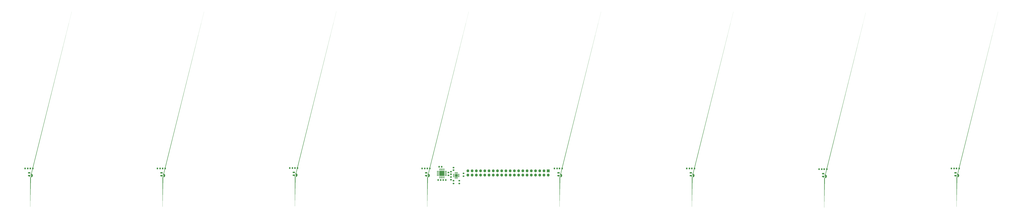
<source format=gbr>
%TF.GenerationSoftware,KiCad,Pcbnew,9.0.1-9.0.1-0~ubuntu22.04.1*%
%TF.CreationDate,2025-06-21T17:42:36+02:00*%
%TF.ProjectId,recorder,7265636f-7264-4657-922e-6b696361645f,rev?*%
%TF.SameCoordinates,Original*%
%TF.FileFunction,Soldermask,Top*%
%TF.FilePolarity,Negative*%
%FSLAX46Y46*%
G04 Gerber Fmt 4.6, Leading zero omitted, Abs format (unit mm)*
G04 Created by KiCad (PCBNEW 9.0.1-9.0.1-0~ubuntu22.04.1) date 2025-06-21 17:42:36*
%MOMM*%
%LPD*%
G01*
G04 APERTURE LIST*
G04 Aperture macros list*
%AMRoundRect*
0 Rectangle with rounded corners*
0 $1 Rounding radius*
0 $2 $3 $4 $5 $6 $7 $8 $9 X,Y pos of 4 corners*
0 Add a 4 corners polygon primitive as box body*
4,1,4,$2,$3,$4,$5,$6,$7,$8,$9,$2,$3,0*
0 Add four circle primitives for the rounded corners*
1,1,$1+$1,$2,$3*
1,1,$1+$1,$4,$5*
1,1,$1+$1,$6,$7*
1,1,$1+$1,$8,$9*
0 Add four rect primitives between the rounded corners*
20,1,$1+$1,$2,$3,$4,$5,0*
20,1,$1+$1,$4,$5,$6,$7,0*
20,1,$1+$1,$6,$7,$8,$9,0*
20,1,$1+$1,$8,$9,$2,$3,0*%
%AMFreePoly0*
4,1,92,0.117526,0.333263,0.309794,0.295018,0.328553,0.289328,0.509665,0.214309,0.526954,0.205068,0.689950,0.096157,0.705104,0.083721,0.843721,-0.054896,0.856157,-0.070050,0.965068,-0.233046,0.974309,-0.250335,1.049328,-0.431447,1.055018,-0.450206,1.093263,-0.642474,1.095185,-0.661983,1.095185,-0.858017,1.093263,-0.877526,1.055018,-1.069794,1.049328,-1.088553,0.974309,-1.269665,
0.965068,-1.286954,0.856157,-1.449950,0.843721,-1.465104,0.705104,-1.603721,0.689950,-1.616157,0.526954,-1.725068,0.509665,-1.734309,0.328553,-1.809328,0.309794,-1.815018,0.117526,-1.853263,0.098017,-1.855185,-0.098017,-1.855185,-0.117526,-1.853263,-0.309794,-1.815018,-0.328553,-1.809328,-0.509665,-1.734309,-0.526954,-1.725068,-0.689950,-1.616157,-0.705104,-1.603721,-0.843721,-1.465104,
-0.856157,-1.449950,-0.965068,-1.286954,-0.974309,-1.269665,-1.049328,-1.088553,-1.055018,-1.069794,-1.093263,-0.877526,-1.095185,-0.858017,-1.095185,-0.694175,-0.500000,-0.694175,-0.500000,-0.825824,-0.465924,-0.952995,-0.400101,-1.067003,-0.307003,-1.160101,-0.192995,-1.225924,-0.065824,-1.260000,0.065824,-1.260000,0.192995,-1.225924,0.307003,-1.160101,0.400101,-1.067003,0.465924,-0.952995,
0.500000,-0.825824,0.500000,-0.694175,0.465924,-0.567004,0.400101,-0.452996,0.307003,-0.359898,0.192995,-0.294075,0.065824,-0.260000,-0.065824,-0.260000,-0.192995,-0.294075,-0.307003,-0.359898,-0.400101,-0.452996,-0.465924,-0.567004,-0.500000,-0.694175,-1.095185,-0.694175,-1.095185,-0.661983,-1.093263,-0.642474,-1.055018,-0.450206,-1.049328,-0.431447,-0.974309,-0.250335,-0.965068,-0.233046,
-0.856157,-0.070050,-0.843721,-0.054896,-0.705104,0.083721,-0.689950,0.096157,-0.526954,0.205068,-0.509665,0.214309,-0.328553,0.289328,-0.309794,0.295018,-0.117526,0.333263,-0.098017,0.335185,0.098017,0.335185,0.117526,0.333263,0.117526,0.333263,$1*%
G04 Aperture macros list end*
%ADD10RoundRect,0.225000X0.225000X0.250000X-0.225000X0.250000X-0.225000X-0.250000X0.225000X-0.250000X0*%
%ADD11RoundRect,0.200000X0.275000X-0.200000X0.275000X0.200000X-0.275000X0.200000X-0.275000X-0.200000X0*%
%ADD12RoundRect,0.090000X0.210000X-0.360000X0.210000X0.360000X-0.210000X0.360000X-0.210000X-0.360000X0*%
%ADD13FreePoly0,90.000000*%
%ADD14RoundRect,0.225000X0.250000X-0.225000X0.250000X0.225000X-0.250000X0.225000X-0.250000X-0.225000X0*%
%ADD15R,1.700000X1.700000*%
%ADD16O,1.700000X1.700000*%
%ADD17RoundRect,0.200000X0.200000X0.275000X-0.200000X0.275000X-0.200000X-0.275000X0.200000X-0.275000X0*%
%ADD18RoundRect,0.200000X-0.275000X0.200000X-0.275000X-0.200000X0.275000X-0.200000X0.275000X0.200000X0*%
%ADD19O,0.264000X0.960000*%
%ADD20O,0.960000X0.264000*%
%ADD21R,1.750000X1.750000*%
%ADD22RoundRect,0.225000X-0.250000X0.225000X-0.250000X-0.225000X0.250000X-0.225000X0.250000X0.225000X0*%
%ADD23RoundRect,0.225000X-0.225000X-0.250000X0.225000X-0.250000X0.225000X0.250000X-0.225000X0.250000X0*%
%ADD24R,0.315831X1.207120*%
%ADD25R,1.207120X0.315831*%
%ADD26R,3.149999X3.149999*%
G04 APERTURE END LIST*
D10*
%TO.C,C13*%
X254390000Y18000000D03*
X252840000Y18000000D03*
%TD*%
D11*
%TO.C,R14*%
X267500000Y12350000D03*
X267500000Y14000000D03*
%TD*%
D12*
%TO.C,U7*%
X403750000Y14350000D03*
X404450000Y14350000D03*
X403750000Y12650000D03*
X404450000Y12650000D03*
D13*
X405170000Y13500000D03*
%TD*%
D12*
%TO.C,U5*%
X244750000Y14350000D03*
X245450000Y14350000D03*
X244750000Y12650000D03*
X245450000Y12650000D03*
D13*
X246170000Y13500000D03*
%TD*%
D14*
%TO.C,C11*%
X261500000Y15950000D03*
X261500000Y17500000D03*
%TD*%
D12*
%TO.C,U4*%
X165250000Y14600000D03*
X165950000Y14600000D03*
X165250000Y12900000D03*
X165950000Y12900000D03*
D13*
X166670000Y13750000D03*
%TD*%
D15*
%TO.C,J1*%
X318438810Y15500000D03*
D16*
X318438810Y12960000D03*
X315898810Y15500000D03*
X315898810Y12960000D03*
X313358810Y15500000D03*
X313358810Y12960000D03*
X310818810Y15500000D03*
X310818810Y12960000D03*
X308278810Y15500000D03*
X308278810Y12960000D03*
X305738810Y15500000D03*
X305738810Y12960000D03*
X303198810Y15500000D03*
X303198810Y12960000D03*
X300658810Y15500000D03*
X300658810Y12960000D03*
X298118810Y15500000D03*
X298118810Y12960000D03*
X295578810Y15500000D03*
X295578810Y12960000D03*
X293038810Y15500000D03*
X293038810Y12960000D03*
X290498810Y15500000D03*
X290498810Y12960000D03*
X287958810Y15500000D03*
X287958810Y12960000D03*
X285418810Y15500000D03*
X285418810Y12960000D03*
X282878810Y15500000D03*
X282878810Y12960000D03*
X280338810Y15500000D03*
X280338810Y12960000D03*
X277798810Y15500000D03*
X277798810Y12960000D03*
X275258810Y15500000D03*
X275258810Y12960000D03*
X272718810Y15500000D03*
X272718810Y12960000D03*
X270178810Y15500000D03*
X270178810Y12960000D03*
%TD*%
D17*
%TO.C,R6*%
X403250000Y17000001D03*
X401600000Y17000001D03*
%TD*%
%TO.C,R8*%
X562261625Y17000001D03*
X560611625Y17000001D03*
%TD*%
D18*
%TO.C,R13*%
X265000000Y9575000D03*
X265000000Y7925000D03*
%TD*%
D17*
%TO.C,R3*%
X164761625Y17250001D03*
X163111625Y17250001D03*
%TD*%
%TO.C,R5*%
X323761625Y17000001D03*
X322111625Y17000001D03*
%TD*%
D19*
%TO.C,U2*%
X262413800Y11265400D03*
X262913800Y11265400D03*
X263413800Y11265400D03*
X263913800Y11265400D03*
D20*
X264648400Y12000000D03*
X264648400Y12500000D03*
X264648400Y13000000D03*
X264648400Y13500000D03*
D19*
X263913800Y14234600D03*
X263413800Y14234600D03*
X262913800Y14234600D03*
X262413800Y14234600D03*
D20*
X261679200Y13500000D03*
X261679200Y13000000D03*
X261679200Y12500000D03*
X261679200Y12000000D03*
D21*
X263163800Y12750000D03*
%TD*%
D22*
%TO.C,C10*%
X260019200Y11775000D03*
X260019200Y10225000D03*
%TD*%
D10*
%TO.C,C14*%
X253840000Y10000000D03*
X252290000Y10000000D03*
%TD*%
D17*
%TO.C,R7*%
X482750000Y16500001D03*
X481100000Y16500001D03*
%TD*%
%TO.C,R1*%
X5750000Y17000000D03*
X4100000Y17000000D03*
%TD*%
D12*
%TO.C,U8*%
X483250000Y13850000D03*
X483950000Y13850000D03*
X483250000Y12150000D03*
X483950000Y12150000D03*
D13*
X484670000Y13000000D03*
%TD*%
D12*
%TO.C,U1*%
X6250000Y14350000D03*
X6950000Y14350000D03*
X6250000Y12650000D03*
X6950000Y12650000D03*
D13*
X7670000Y13500000D03*
%TD*%
D18*
%TO.C,R9*%
X258469200Y14500000D03*
X258469200Y12850000D03*
%TD*%
%TO.C,R12*%
X261500000Y9575000D03*
X261500000Y7925000D03*
%TD*%
D23*
%TO.C,C4*%
X245750000Y17000000D03*
X247300000Y17000000D03*
%TD*%
%TO.C,C12*%
X255290000Y10000000D03*
X256840000Y10000000D03*
%TD*%
D24*
%TO.C,U10*%
X255800000Y16375550D03*
X255149999Y16375550D03*
X254500000Y16375550D03*
X253849999Y16375550D03*
X253200000Y16375550D03*
D25*
X252124450Y15300000D03*
X252124450Y14649999D03*
X252124450Y14000000D03*
X252124450Y13349999D03*
X252124450Y12700000D03*
D24*
X253200000Y11624450D03*
X253849999Y11624450D03*
X254500000Y11624450D03*
X255149999Y11624450D03*
X255800000Y11624450D03*
D25*
X256875550Y12700000D03*
X256875550Y13349999D03*
X256875550Y14000000D03*
X256875550Y14649999D03*
X256875550Y15300000D03*
D26*
X254500000Y14000000D03*
%TD*%
D23*
%TO.C,C2*%
X86761625Y17000001D03*
X88311625Y17000001D03*
%TD*%
D12*
%TO.C,U9*%
X562750000Y14350000D03*
X563450000Y14350000D03*
X562750000Y12650000D03*
X563450000Y12650000D03*
D13*
X564170000Y13500000D03*
%TD*%
D17*
%TO.C,R4*%
X244250000Y17000000D03*
X242600000Y17000000D03*
%TD*%
D12*
%TO.C,U6*%
X324250000Y14350000D03*
X324950000Y14350000D03*
X324250000Y12650000D03*
X324950000Y12650000D03*
D13*
X325670000Y13500000D03*
%TD*%
D23*
%TO.C,C5*%
X325211625Y17000001D03*
X326761625Y17000001D03*
%TD*%
D14*
%TO.C,C9*%
X260019200Y13500000D03*
X260019200Y15050000D03*
%TD*%
D17*
%TO.C,R2*%
X85261625Y17000001D03*
X83611625Y17000001D03*
%TD*%
D23*
%TO.C,C8*%
X563711625Y17000001D03*
X565261625Y17000001D03*
%TD*%
D12*
%TO.C,U3*%
X85750000Y14350000D03*
X86450000Y14350000D03*
X85750000Y12650000D03*
X86450000Y12650000D03*
D13*
X87170000Y13500000D03*
%TD*%
D23*
%TO.C,C6*%
X404711625Y17000001D03*
X406261625Y17000001D03*
%TD*%
%TO.C,C1*%
X7261625Y17000001D03*
X8811625Y17000001D03*
%TD*%
%TO.C,C7*%
X484211625Y16500001D03*
X485761625Y16500001D03*
%TD*%
%TO.C,C3*%
X166261625Y17250001D03*
X167811625Y17250001D03*
%TD*%
M02*

</source>
